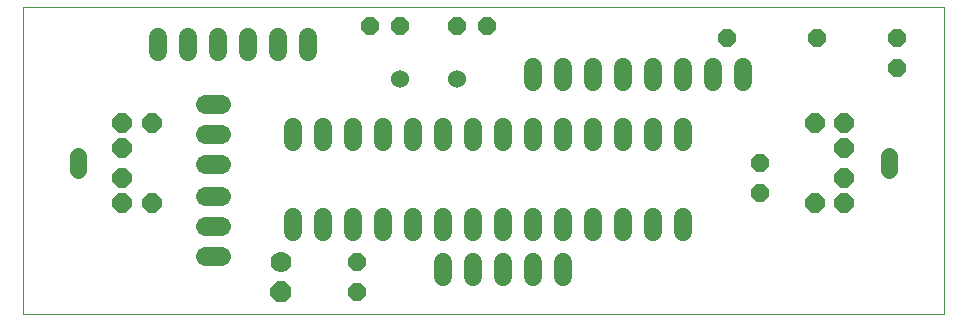
<source format=gbs>
G75*
%MOIN*%
%OFA0B0*%
%FSLAX25Y25*%
%IPPOS*%
%LPD*%
%AMOC8*
5,1,8,0,0,1.08239X$1,22.5*
%
%ADD10C,0.00000*%
%ADD11OC8,0.06000*%
%ADD12OC8,0.07000*%
%ADD13C,0.07000*%
%ADD14C,0.06000*%
%ADD15C,0.06400*%
%ADD16C,0.06000*%
%ADD17OC8,0.06343*%
%ADD18C,0.05556*%
D10*
X0005345Y0009867D02*
X0005345Y0112229D01*
X0312432Y0112229D01*
X0312432Y0009867D01*
X0005345Y0009867D01*
D11*
X0116595Y0017309D03*
X0116595Y0027309D03*
X0250974Y0050304D03*
X0250974Y0060304D03*
X0296671Y0092070D03*
X0296671Y0102070D03*
X0269926Y0101934D03*
X0239926Y0101934D03*
X0159931Y0106134D03*
X0149931Y0106134D03*
X0130967Y0106134D03*
X0120967Y0106134D03*
D12*
X0091178Y0017339D03*
D13*
X0091178Y0027339D03*
D14*
X0095345Y0037267D02*
X0095345Y0042467D01*
X0105345Y0042467D02*
X0105345Y0037267D01*
X0115345Y0037267D02*
X0115345Y0042467D01*
X0125345Y0042467D02*
X0125345Y0037267D01*
X0135345Y0037267D02*
X0135345Y0042467D01*
X0145345Y0042467D02*
X0145345Y0037267D01*
X0155345Y0037267D02*
X0155345Y0042467D01*
X0165345Y0042467D02*
X0165345Y0037267D01*
X0175345Y0037267D02*
X0175345Y0042467D01*
X0185345Y0042467D02*
X0185345Y0037267D01*
X0195345Y0037267D02*
X0195345Y0042467D01*
X0205345Y0042467D02*
X0205345Y0037267D01*
X0215345Y0037267D02*
X0215345Y0042467D01*
X0225345Y0042467D02*
X0225345Y0037267D01*
X0185345Y0027467D02*
X0185345Y0022267D01*
X0175345Y0022267D02*
X0175345Y0027467D01*
X0165345Y0027467D02*
X0165345Y0022267D01*
X0155345Y0022267D02*
X0155345Y0027467D01*
X0145345Y0027467D02*
X0145345Y0022267D01*
X0145345Y0067267D02*
X0145345Y0072467D01*
X0135345Y0072467D02*
X0135345Y0067267D01*
X0125345Y0067267D02*
X0125345Y0072467D01*
X0115345Y0072467D02*
X0115345Y0067267D01*
X0105345Y0067267D02*
X0105345Y0072467D01*
X0095345Y0072467D02*
X0095345Y0067267D01*
X0155345Y0067267D02*
X0155345Y0072467D01*
X0165345Y0072467D02*
X0165345Y0067267D01*
X0175345Y0067267D02*
X0175345Y0072467D01*
X0185345Y0072467D02*
X0185345Y0067267D01*
X0195345Y0067267D02*
X0195345Y0072467D01*
X0205345Y0072467D02*
X0205345Y0067267D01*
X0215345Y0067267D02*
X0215345Y0072467D01*
X0225345Y0072467D02*
X0225345Y0067267D01*
X0225345Y0087267D02*
X0225345Y0092467D01*
X0215345Y0092467D02*
X0215345Y0087267D01*
X0205345Y0087267D02*
X0205345Y0092467D01*
X0195345Y0092467D02*
X0195345Y0087267D01*
X0185345Y0087267D02*
X0185345Y0092467D01*
X0175345Y0092467D02*
X0175345Y0087267D01*
X0235345Y0087267D02*
X0235345Y0092467D01*
X0245345Y0092467D02*
X0245345Y0087267D01*
X0100345Y0097267D02*
X0100345Y0102467D01*
X0090345Y0102467D02*
X0090345Y0097267D01*
X0080345Y0097267D02*
X0080345Y0102467D01*
X0070345Y0102467D02*
X0070345Y0097267D01*
X0060345Y0097267D02*
X0060345Y0102467D01*
X0050345Y0102467D02*
X0050345Y0097267D01*
D15*
X0065859Y0079915D02*
X0071459Y0079915D01*
X0071459Y0069915D02*
X0065859Y0069915D01*
X0065859Y0059915D02*
X0071459Y0059915D01*
X0071493Y0049371D02*
X0065893Y0049371D01*
X0065893Y0039371D02*
X0071493Y0039371D01*
X0071493Y0029371D02*
X0065893Y0029371D01*
D16*
X0131053Y0088415D03*
X0150053Y0088415D03*
D17*
X0048307Y0073646D03*
X0038465Y0073646D03*
X0038465Y0065378D03*
X0038465Y0055142D03*
X0038465Y0046874D03*
X0048307Y0046874D03*
X0269280Y0046874D03*
X0279123Y0046874D03*
X0279123Y0055142D03*
X0279123Y0065378D03*
X0279123Y0073646D03*
X0269280Y0073646D03*
D18*
X0294084Y0062638D02*
X0294084Y0057882D01*
X0023504Y0057882D02*
X0023504Y0062638D01*
M02*

</source>
